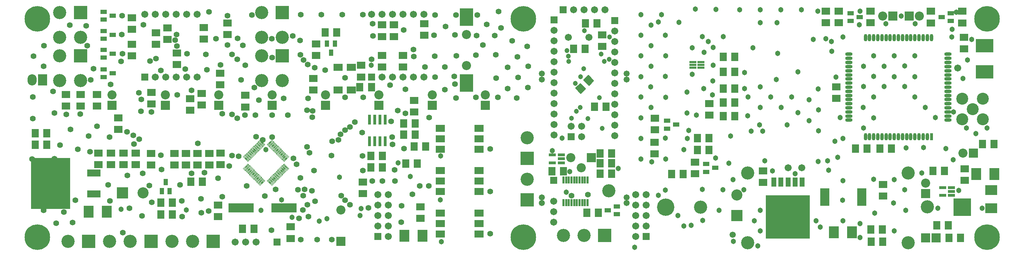
<source format=gbs>
%FSLAX43Y43*%
%MOMM*%
G71*
G01*
G75*
%ADD10C,0.300*%
%ADD11R,1.800X1.600*%
%ADD12R,1.600X1.800*%
%ADD13R,1.500X3.000*%
%ADD14C,0.125*%
%ADD15C,0.500*%
%ADD16C,1.000*%
%ADD17C,0.400*%
%ADD18C,0.600*%
%ADD19C,0.254*%
%ADD20C,2.700*%
%ADD21C,3.000*%
%ADD22C,4.000*%
%ADD23R,4.000X4.000*%
%ADD24C,1.500*%
%ADD25R,1.500X1.500*%
%ADD26C,2.000*%
%ADD27R,2.000X2.000*%
%ADD28R,2.500X2.500*%
%ADD29C,2.500*%
%ADD30C,6.000*%
%ADD31R,3.000X3.000*%
%ADD32R,2.000X2.500*%
%ADD33O,2.000X2.500*%
%ADD34C,1.100*%
%ADD35C,1.300*%
%ADD36C,1.200*%
%ADD37C,1.000*%
%ADD38C,1.270*%
%ADD39R,1.300X0.850*%
%ADD40R,1.500X0.400*%
%ADD41R,10.500X10.300*%
%ADD42R,1.050X2.100*%
%ADD43R,1.450X0.550*%
%ADD44R,2.000X4.000*%
%ADD45R,4.000X3.000*%
%ADD46R,0.600X1.600*%
%ADD47O,0.600X1.600*%
%ADD48O,1.600X0.600*%
%ADD49R,2.200X2.700*%
%ADD50R,2.700X2.200*%
%ADD51R,6.000X2.000*%
%ADD52R,2.000X1.500*%
%ADD53R,0.300X1.600*%
%ADD54C,0.075*%
%ADD55R,3.000X1.500*%
%ADD56R,9.300X12.200*%
%ADD57R,0.600X2.200*%
%ADD58R,0.850X1.300*%
%ADD59R,3.000X4.000*%
%ADD60R,2.000X1.600*%
%ADD61C,1.500*%
%ADD62R,2.003X1.803*%
%ADD63R,1.803X2.003*%
%ADD64R,1.703X3.203*%
%ADD65C,2.903*%
%ADD66C,3.203*%
%ADD67C,4.203*%
%ADD68R,4.203X4.203*%
%ADD69C,1.703*%
%ADD70R,1.703X1.703*%
%ADD71C,2.203*%
%ADD72R,2.203X2.203*%
%ADD73R,2.703X2.703*%
%ADD74C,2.703*%
%ADD75C,6.203*%
%ADD76R,3.203X3.203*%
%ADD77R,2.203X2.703*%
%ADD78O,2.203X2.703*%
%ADD79C,1.303*%
%ADD80C,1.503*%
%ADD81C,1.403*%
%ADD82C,1.203*%
%ADD83C,1.473*%
%ADD84R,1.503X1.053*%
%ADD85R,1.703X0.603*%
%ADD86R,10.703X10.503*%
%ADD87R,1.253X2.303*%
%ADD88R,1.653X0.753*%
%ADD89R,2.203X4.203*%
%ADD90R,4.203X3.203*%
%ADD91R,0.803X1.803*%
%ADD92O,0.803X1.803*%
%ADD93O,1.803X0.803*%
%ADD94R,2.403X2.903*%
%ADD95R,2.903X2.403*%
%ADD96R,6.203X2.203*%
%ADD97R,2.203X1.703*%
%ADD98R,0.503X1.803*%
%ADD99R,3.203X1.703*%
%ADD100R,9.503X12.403*%
%ADD101R,0.803X2.403*%
%ADD102R,1.053X1.503*%
%ADD103R,3.203X4.203*%
%ADD104R,2.203X1.803*%
D14*
X57586Y16029D02*
X57318Y16297D01*
X58505Y17483D01*
X58772Y17216D01*
X57586Y16029D01*
Y16177D02*
X57466Y16297D01*
X58505Y17336D01*
X58625Y17216D01*
X57586Y16177D01*
X57608Y16301D02*
X58482Y17211D01*
X57232Y16383D02*
X56965Y16650D01*
X58151Y17837D01*
X58419Y17569D01*
X57232Y16383D01*
Y16530D02*
X57112Y16650D01*
X58151Y17690D01*
X58272Y17569D01*
X57232Y16530D01*
X57255Y16655D02*
X58129Y17565D01*
X56879Y16736D02*
X56611Y17004D01*
X57798Y18190D01*
X58065Y17923D01*
X56879Y16736D01*
Y16884D02*
X56759Y17004D01*
X57798Y18043D01*
X57918Y17923D01*
X56879Y16884D01*
X56901Y17008D02*
X57775Y17918D01*
X56525Y17090D02*
X56258Y17357D01*
X57444Y18544D01*
X57712Y18277D01*
X56525Y17090D01*
Y17237D02*
X56405Y17357D01*
X57444Y18397D01*
X57565Y18277D01*
X56525Y17237D01*
X56548Y17362D02*
X57422Y18272D01*
X56172Y17443D02*
X55904Y17711D01*
X57091Y18898D01*
X57358Y18630D01*
X56172Y17443D01*
Y17591D02*
X56051Y17711D01*
X57091Y18750D01*
X57211Y18630D01*
X56172Y17591D01*
X56194Y17715D02*
X57068Y18625D01*
X55818Y17797D02*
X55551Y18064D01*
X56737Y19251D01*
X57005Y18984D01*
X55818Y17797D01*
Y17944D02*
X55698Y18064D01*
X56737Y19104D01*
X56857Y18984D01*
X55818Y17944D01*
X55841Y18069D02*
X56715Y18979D01*
X55464Y18151D02*
X55197Y18418D01*
X56384Y19605D01*
X56651Y19337D01*
X55464Y18151D01*
Y18298D02*
X55344Y18418D01*
X56384Y19457D01*
X56504Y19337D01*
X55464Y18298D01*
X55487Y18423D02*
X56361Y19333D01*
X55111Y18504D02*
X54843Y18772D01*
X56030Y19958D01*
X56298Y19691D01*
X55111Y18504D01*
Y18651D02*
X54991Y18772D01*
X56030Y19811D01*
X56150Y19691D01*
X55111Y18651D01*
X55133Y18776D02*
X56008Y19686D01*
X54757Y18858D02*
X54490Y19125D01*
X55677Y20312D01*
X55944Y20044D01*
X54757Y18858D01*
Y19005D02*
X54637Y19125D01*
X55677Y20164D01*
X55797Y20044D01*
X54757Y19005D01*
X54780Y19130D02*
X55654Y20040D01*
X54404Y19211D02*
X54136Y19479D01*
X55323Y20665D01*
X55590Y20398D01*
X54404Y19211D01*
Y19359D02*
X54284Y19479D01*
X55323Y20518D01*
X55443Y20398D01*
X54404Y19359D01*
X54426Y19483D02*
X55300Y20393D01*
X54050Y19565D02*
X53783Y19832D01*
X54969Y21019D01*
X55237Y20751D01*
X54050Y19565D01*
Y19712D02*
X53930Y19832D01*
X54969Y20872D01*
X55090Y20751D01*
X54050Y19712D01*
X54073Y19837D02*
X54947Y20747D01*
X53697Y19918D02*
X53429Y20186D01*
X54616Y21372D01*
X54883Y21105D01*
X53697Y19918D01*
Y20066D02*
X53577Y20186D01*
X54616Y21225D01*
X54736Y21105D01*
X53697Y20066D01*
X53719Y20190D02*
X54593Y21100D01*
X53429Y23014D02*
X53697Y23282D01*
X54883Y22095D01*
X54616Y21828D01*
X53429Y23014D01*
X53577D02*
X53697Y23134D01*
X54736Y22095D01*
X54616Y21975D01*
X53577Y23014D01*
X53701Y22992D02*
X54611Y22118D01*
X53783Y23368D02*
X54050Y23635D01*
X55237Y22449D01*
X54969Y22181D01*
X53783Y23368D01*
X53930D02*
X54050Y23488D01*
X55090Y22449D01*
X54969Y22328D01*
X53930Y23368D01*
X54055Y23345D02*
X54965Y22471D01*
X54136Y23721D02*
X54404Y23989D01*
X55590Y22802D01*
X55323Y22535D01*
X54136Y23721D01*
X54284D02*
X54404Y23841D01*
X55443Y22802D01*
X55323Y22682D01*
X54284Y23721D01*
X54408Y23699D02*
X55318Y22825D01*
X54490Y24075D02*
X54757Y24342D01*
X55944Y23156D01*
X55677Y22888D01*
X54490Y24075D01*
X54637D02*
X54757Y24195D01*
X55797Y23156D01*
X55677Y23036D01*
X54637Y24075D01*
X54762Y24052D02*
X55672Y23178D01*
X54843Y24428D02*
X55111Y24696D01*
X56298Y23509D01*
X56030Y23242D01*
X54843Y24428D01*
X54991D02*
X55111Y24549D01*
X56150Y23509D01*
X56030Y23389D01*
X54991Y24428D01*
X55116Y24406D02*
X56026Y23532D01*
X55551Y25136D02*
X55818Y25403D01*
X57005Y24216D01*
X56737Y23949D01*
X55551Y25136D01*
X55698D02*
X55818Y25256D01*
X56857Y24216D01*
X56737Y24096D01*
X55698Y25136D01*
X55823Y25113D02*
X56733Y24239D01*
X55904Y25489D02*
X56172Y25757D01*
X57358Y24570D01*
X57091Y24302D01*
X55904Y25489D01*
X56051D02*
X56172Y25609D01*
X57211Y24570D01*
X57091Y24450D01*
X56051Y25489D01*
X56176Y25467D02*
X57086Y24592D01*
X56258Y25843D02*
X56525Y26110D01*
X57712Y24923D01*
X57444Y24656D01*
X56258Y25843D01*
X56405D02*
X56525Y25963D01*
X57564Y24923D01*
X57444Y24803D01*
X56405Y25843D01*
X56530Y25820D02*
X57440Y24946D01*
X56611Y26196D02*
X56879Y26464D01*
X58065Y25277D01*
X57798Y25010D01*
X56611Y26196D01*
X56759D02*
X56879Y26316D01*
X57918Y25277D01*
X57798Y25157D01*
X56759Y26196D01*
X56883Y26174D02*
X57793Y25300D01*
X56965Y26550D02*
X57232Y26817D01*
X58419Y25631D01*
X58151Y25363D01*
X56965Y26550D01*
X57112D02*
X57232Y26670D01*
X58272Y25631D01*
X58151Y25510D01*
X57112Y26550D01*
X57237Y26527D02*
X58147Y25653D01*
X57318Y26903D02*
X57586Y27171D01*
X58772Y25984D01*
X58505Y25717D01*
X57318Y26903D01*
X57466D02*
X57586Y27023D01*
X58625Y25984D01*
X58505Y25864D01*
X57466Y26903D01*
X57590Y26881D02*
X58500Y26007D01*
X63384Y21828D02*
X63117Y22095D01*
X64303Y23282D01*
X64571Y23014D01*
X63384Y21828D01*
Y21975D02*
X63264Y22095D01*
X64303Y23134D01*
X64423Y23014D01*
X63384Y21975D01*
X63407Y22100D02*
X64281Y23010D01*
X63031Y22181D02*
X62763Y22449D01*
X63950Y23635D01*
X64217Y23368D01*
X63031Y22181D01*
Y22328D02*
X62910Y22449D01*
X63950Y23488D01*
X64070Y23368D01*
X63031Y22328D01*
X63053Y22453D02*
X63927Y23363D01*
X62677Y22535D02*
X62410Y22802D01*
X63596Y23989D01*
X63864Y23721D01*
X62677Y22535D01*
Y22682D02*
X62557Y22802D01*
X63596Y23841D01*
X63716Y23721D01*
X62677Y22682D01*
X62700Y22807D02*
X63574Y23717D01*
X62323Y22888D02*
X62056Y23156D01*
X63243Y24342D01*
X63510Y24075D01*
X62323Y22888D01*
Y23036D02*
X62203Y23156D01*
X63243Y24195D01*
X63363Y24075D01*
X62323Y23036D01*
X62346Y23160D02*
X63220Y24070D01*
X61970Y23242D02*
X61702Y23509D01*
X62889Y24696D01*
X63157Y24428D01*
X61970Y23242D01*
Y23389D02*
X61850Y23509D01*
X62889Y24549D01*
X63009Y24428D01*
X61970Y23389D01*
X61992Y23514D02*
X62867Y24424D01*
X61616Y23595D02*
X61349Y23863D01*
X62536Y25049D01*
X62803Y24782D01*
X61616Y23595D01*
Y23743D02*
X61496Y23863D01*
X62536Y24902D01*
X62656Y24782D01*
X61616Y23743D01*
X61639Y23867D02*
X62513Y24777D01*
X61263Y23949D02*
X60995Y24216D01*
X62182Y25403D01*
X62449Y25136D01*
X61263Y23949D01*
Y24096D02*
X61143Y24216D01*
X62182Y25256D01*
X62302Y25136D01*
X61263Y24096D01*
X61285Y24221D02*
X62159Y25131D01*
X60909Y24302D02*
X60642Y24570D01*
X61828Y25757D01*
X62096Y25489D01*
X60909Y24302D01*
Y24450D02*
X60789Y24570D01*
X61828Y25609D01*
X61949Y25489D01*
X60909Y24450D01*
X60932Y24574D02*
X61806Y25484D01*
X60556Y24656D02*
X60288Y24923D01*
X61475Y26110D01*
X61742Y25843D01*
X60556Y24656D01*
Y24803D02*
X60436Y24923D01*
X61475Y25963D01*
X61595Y25843D01*
X60556Y24803D01*
X60578Y24928D02*
X61452Y25838D01*
X60202Y25010D02*
X59935Y25277D01*
X61121Y26464D01*
X61389Y26196D01*
X60202Y25010D01*
Y25157D02*
X60082Y25277D01*
X61121Y26316D01*
X61241Y26196D01*
X60202Y25157D01*
X60225Y25282D02*
X61099Y26192D01*
X59849Y25363D02*
X59581Y25631D01*
X60768Y26817D01*
X61035Y26550D01*
X59849Y25363D01*
Y25510D02*
X59728Y25631D01*
X60768Y26670D01*
X60888Y26550D01*
X59849Y25510D01*
X59871Y25635D02*
X60745Y26545D01*
X59495Y25717D02*
X59228Y25984D01*
X60414Y27171D01*
X60682Y26903D01*
X59495Y25717D01*
Y25864D02*
X59375Y25984D01*
X60414Y27023D01*
X60534Y26903D01*
X59495Y25864D01*
X59518Y25989D02*
X60392Y26899D01*
X59228Y17216D02*
X59495Y17483D01*
X60682Y16297D01*
X60414Y16029D01*
X59228Y17216D01*
X59375D02*
X59495Y17336D01*
X60534Y16297D01*
X60414Y16177D01*
X59375Y17216D01*
X59500Y17193D02*
X60410Y16319D01*
X59581Y17569D02*
X59849Y17837D01*
X61035Y16650D01*
X60768Y16383D01*
X59581Y17569D01*
X59728D02*
X59849Y17690D01*
X60888Y16650D01*
X60768Y16530D01*
X59728Y17569D01*
X59853Y17547D02*
X60763Y16673D01*
X59935Y17923D02*
X60202Y18190D01*
X61389Y17004D01*
X61121Y16736D01*
X59935Y17923D01*
X60082D02*
X60202Y18043D01*
X61241Y17004D01*
X61121Y16884D01*
X60082Y17923D01*
X60207Y17900D02*
X61117Y17026D01*
X60288Y18277D02*
X60556Y18544D01*
X61742Y17357D01*
X61475Y17090D01*
X60288Y18277D01*
X60436D02*
X60556Y18397D01*
X61595Y17357D01*
X61475Y17237D01*
X60436Y18277D01*
X60560Y18254D02*
X61470Y17380D01*
X60642Y18630D02*
X60909Y18898D01*
X62096Y17711D01*
X61828Y17443D01*
X60642Y18630D01*
X60789D02*
X60909Y18750D01*
X61949Y17711D01*
X61828Y17591D01*
X60789Y18630D01*
X60914Y18608D02*
X61824Y17733D01*
X60995Y18984D02*
X61263Y19251D01*
X62449Y18064D01*
X62182Y17797D01*
X60995Y18984D01*
X61143D02*
X61263Y19104D01*
X62302Y18064D01*
X62182Y17944D01*
X61143Y18984D01*
X61267Y18961D02*
X62177Y18087D01*
X61349Y19337D02*
X61616Y19605D01*
X62803Y18418D01*
X62536Y18151D01*
X61349Y19337D01*
X61496D02*
X61616Y19457D01*
X62656Y18418D01*
X62536Y18298D01*
X61496Y19337D01*
X61621Y19315D02*
X62531Y18441D01*
X61702Y19691D02*
X61970Y19958D01*
X63157Y18772D01*
X62889Y18504D01*
X61702Y19691D01*
X61850D02*
X61970Y19811D01*
X63009Y18772D01*
X62889Y18651D01*
X61850Y19691D01*
X61974Y19668D02*
X62884Y18794D01*
X62056Y20044D02*
X62323Y20312D01*
X63510Y19125D01*
X63243Y18858D01*
X62056Y20044D01*
X62203D02*
X62323Y20164D01*
X63363Y19125D01*
X63243Y19005D01*
X62203Y20044D01*
X62328Y20022D02*
X63238Y19148D01*
X62410Y20398D02*
X62677Y20665D01*
X63864Y19479D01*
X63596Y19211D01*
X62410Y20398D01*
X62557D02*
X62677Y20518D01*
X63716Y19479D01*
X63596Y19359D01*
X62557Y20398D01*
X62682Y20375D02*
X63592Y19501D01*
X62763Y20751D02*
X63031Y21019D01*
X64217Y19832D01*
X63950Y19565D01*
X62763Y20751D01*
X62910D02*
X63031Y20872D01*
X64070Y19832D01*
X63950Y19712D01*
X62910Y20751D01*
X63035Y20729D02*
X63945Y19855D01*
X63117Y21105D02*
X63384Y21372D01*
X64571Y20186D01*
X64303Y19918D01*
X63117Y21105D01*
X63264D02*
X63384Y21225D01*
X64423Y20186D01*
X64303Y20066D01*
X63264Y21105D01*
X63389Y21082D02*
X64299Y20208D01*
X55197Y24782D02*
X55464Y25049D01*
X56651Y23863D01*
X56384Y23595D01*
X55197Y24782D01*
X55344D02*
X55464Y24902D01*
X56504Y23863D01*
X56384Y23743D01*
X55344Y24782D01*
X55469Y24759D02*
X56379Y23885D01*
D17*
X135253Y40677D02*
X136386Y39543D01*
X135394Y38551D01*
X134261Y39685D01*
X135253Y40677D01*
Y40206D02*
X135915Y39543D01*
X135394Y39023D01*
X134732Y39685D01*
X135253Y40206D01*
Y39734D02*
X135444Y39543D01*
X135394Y39494D01*
X135203Y39685D01*
X135253Y39734D01*
X135323Y39632D02*
Y39596D01*
X137233Y42657D02*
X138366Y41523D01*
X137374Y40531D01*
X136240Y41665D01*
X137233Y42657D01*
Y42186D02*
X137895Y41523D01*
X137374Y41003D01*
X136712Y41665D01*
X137233Y42186D01*
Y41714D02*
X137423Y41523D01*
X137374Y41474D01*
X137183Y41665D01*
X137233Y41714D01*
X137303Y41612D02*
Y41576D01*
D62*
X153393Y32388D02*
D03*
X153393Y29588D02*
D03*
X166607Y33112D02*
D03*
X166607Y35912D02*
D03*
X179607Y19612D02*
D03*
X179607Y16812D02*
D03*
X163168Y21688D02*
D03*
X163168Y18888D02*
D03*
X228593Y20088D02*
D03*
X228593Y17288D02*
D03*
X228007Y55513D02*
D03*
X228007Y58313D02*
D03*
X197993Y58388D02*
D03*
X197993Y55588D02*
D03*
X153307Y23712D02*
D03*
X153307Y26512D02*
D03*
X220407Y55513D02*
D03*
X220407Y58313D02*
D03*
X205693Y58363D02*
D03*
X205693Y55563D02*
D03*
X228407Y49212D02*
D03*
X228407Y52012D02*
D03*
X194893Y58388D02*
D03*
X194893Y55588D02*
D03*
X208806Y13512D02*
D03*
X208806Y16312D02*
D03*
X197407Y37212D02*
D03*
X197407Y40012D02*
D03*
X71207Y47637D02*
D03*
X71207Y50437D02*
D03*
X82493Y16888D02*
D03*
X140607Y52612D02*
D03*
X140607Y49812D02*
D03*
X18393Y21088D02*
D03*
Y23888D02*
D03*
X82493Y14088D02*
D03*
X32307Y50312D02*
D03*
X32307Y53112D02*
D03*
X43907Y51612D02*
D03*
X43907Y54412D02*
D03*
X37393Y48188D02*
D03*
X37393Y45388D02*
D03*
X31207Y35812D02*
D03*
X31207Y38612D02*
D03*
X10507Y38112D02*
D03*
X10507Y35312D02*
D03*
X14007Y38112D02*
D03*
X14007Y35312D02*
D03*
X49707Y55512D02*
D03*
X49707Y52712D02*
D03*
X54007Y37912D02*
D03*
X54007Y35112D02*
D03*
X47907Y43312D02*
D03*
X35107Y51512D02*
D03*
X35107Y54312D02*
D03*
X43407Y35612D02*
D03*
X43407Y38412D02*
D03*
X40607Y34312D02*
D03*
X40607Y37112D02*
D03*
X87207Y52212D02*
D03*
X87207Y55012D02*
D03*
X97407Y52512D02*
D03*
X97407Y55312D02*
D03*
X92293Y47588D02*
D03*
Y44788D02*
D03*
X87193Y47588D02*
D03*
Y44788D02*
D03*
X82093Y42388D02*
D03*
X82093Y45188D02*
D03*
X90107Y52212D02*
D03*
X90107Y55012D02*
D03*
X95007Y33912D02*
D03*
X95007Y36712D02*
D03*
X70507Y39212D02*
D03*
X70507Y42012D02*
D03*
X64993Y5988D02*
D03*
Y3188D02*
D03*
X47393Y11288D02*
D03*
Y8488D02*
D03*
X26507Y53912D02*
D03*
X26507Y56712D02*
D03*
X18007Y35312D02*
D03*
X18007Y38112D02*
D03*
X23207Y29612D02*
D03*
X23207Y32412D02*
D03*
X26507Y47512D02*
D03*
X26507Y50312D02*
D03*
X96493Y10887D02*
D03*
Y8087D02*
D03*
X31107Y21012D02*
D03*
X31107Y23812D02*
D03*
X27393Y23888D02*
D03*
X27393Y21088D02*
D03*
X24493Y23888D02*
D03*
X24493Y21088D02*
D03*
X21407Y21112D02*
D03*
X21407Y23912D02*
D03*
X42443Y23813D02*
D03*
Y21013D02*
D03*
X45243Y23813D02*
D03*
Y21013D02*
D03*
X39607Y21012D02*
D03*
X39607Y23812D02*
D03*
X47991Y21095D02*
D03*
X47991Y23895D02*
D03*
X47907Y40512D02*
D03*
X36806Y21012D02*
D03*
X36806Y23812D02*
D03*
D63*
X172788Y32907D02*
D03*
X169988Y32907D02*
D03*
X170012Y43593D02*
D03*
X172812Y43593D02*
D03*
X170012Y47293D02*
D03*
X172812Y47293D02*
D03*
X170012Y39593D02*
D03*
X172812Y39593D02*
D03*
X172788Y36207D02*
D03*
X169988Y36207D02*
D03*
X163712Y27493D02*
D03*
X166512Y27493D02*
D03*
X163712Y24693D02*
D03*
X166512Y24693D02*
D03*
X224587Y6407D02*
D03*
X221787D02*
D03*
X208688Y2407D02*
D03*
X205888D02*
D03*
X208612Y5393D02*
D03*
X205812Y5393D02*
D03*
X220912Y19593D02*
D03*
X223712Y19593D02*
D03*
X208012Y24993D02*
D03*
X210812Y24993D02*
D03*
X157487Y18793D02*
D03*
X160287Y18793D02*
D03*
X227595Y3309D02*
D03*
X224795D02*
D03*
X235688Y26107D02*
D03*
X232888D02*
D03*
X204888Y25007D02*
D03*
X202088D02*
D03*
X76188Y53207D02*
D03*
X73388Y53207D02*
D03*
X5812Y28693D02*
D03*
X3012Y28693D02*
D03*
X133688Y49207D02*
D03*
X136488Y49207D02*
D03*
X138712Y35193D02*
D03*
X141512Y35193D02*
D03*
X136512Y55393D02*
D03*
X139312Y55393D02*
D03*
X142912Y23793D02*
D03*
X140112Y23793D02*
D03*
X140088Y21407D02*
D03*
X142888Y21407D02*
D03*
X3005Y25891D02*
D03*
X5805Y25891D02*
D03*
X81812Y39893D02*
D03*
X84612Y39893D02*
D03*
X92412Y31093D02*
D03*
X95212Y31093D02*
D03*
X87313Y20382D02*
D03*
X84513D02*
D03*
X87313Y23182D02*
D03*
X84513Y23182D02*
D03*
X53312Y5493D02*
D03*
X56112Y5493D02*
D03*
X92912Y21393D02*
D03*
X95712Y21393D02*
D03*
X95012Y25493D02*
D03*
X97812Y25493D02*
D03*
X33512Y8993D02*
D03*
X36312Y8993D02*
D03*
X33512Y11893D02*
D03*
X36312Y11893D02*
D03*
X40812Y16993D02*
D03*
X43612Y16993D02*
D03*
X92412Y28393D02*
D03*
X95212Y28393D02*
D03*
X139688Y9407D02*
D03*
X136888Y9407D02*
D03*
X140112Y18893D02*
D03*
X142912Y18893D02*
D03*
X131212Y19493D02*
D03*
X128412Y19493D02*
D03*
D65*
X233000Y37100D02*
D03*
X230500Y34600D02*
D03*
X228000Y37100D02*
D03*
Y32100D02*
D03*
X233000Y32100D02*
D03*
D66*
X164500Y10800D02*
D03*
X219500Y10825D02*
D03*
X214900Y2100D02*
D03*
Y19100D02*
D03*
X175900D02*
D03*
Y2100D02*
D03*
X142250Y14725D02*
D03*
X21101Y2499D02*
D03*
X136225Y3899D02*
D03*
X131225D02*
D03*
X41201Y2499D02*
D03*
X36201D02*
D03*
X26101D02*
D03*
X122408Y27606D02*
D03*
Y17512D02*
D03*
X11006Y2508D02*
D03*
X8999Y52009D02*
D03*
X13999Y52009D02*
D03*
X8999Y58009D02*
D03*
X57999D02*
D03*
X62999Y52009D02*
D03*
X57999D02*
D03*
Y41509D02*
D03*
X62999D02*
D03*
X57999Y47509D02*
D03*
X8999D02*
D03*
X13999Y41509D02*
D03*
X8999D02*
D03*
D67*
X156000Y10800D02*
D03*
D68*
X228000D02*
D03*
D69*
X148760Y3700D02*
D03*
X151300Y6240D02*
D03*
X148760D02*
D03*
X151300Y8780D02*
D03*
X148760Y8780D02*
D03*
X151300Y11320D02*
D03*
X148760D02*
D03*
X151300Y13860D02*
D03*
X148760D02*
D03*
X133100Y30440D02*
D03*
X135640Y27900D02*
D03*
Y30440D02*
D03*
X143700Y53560D02*
D03*
Y51020D02*
D03*
Y48480D02*
D03*
Y45940D02*
D03*
Y43400D02*
D03*
Y40860D02*
D03*
Y38320D02*
D03*
Y35780D02*
D03*
Y33240D02*
D03*
Y30700D02*
D03*
Y28160D02*
D03*
X133640Y58700D02*
D03*
X136180D02*
D03*
X138720D02*
D03*
X141260D02*
D03*
X128900Y53660D02*
D03*
Y51120D02*
D03*
Y48580D02*
D03*
Y46040D02*
D03*
Y43500D02*
D03*
Y40960D02*
D03*
Y38420D02*
D03*
Y35880D02*
D03*
Y33340D02*
D03*
Y30800D02*
D03*
Y28260D02*
D03*
X88740Y13860D02*
D03*
X86200D02*
D03*
X88740Y11320D02*
D03*
X86200D02*
D03*
X88740Y8780D02*
D03*
X86200Y8780D02*
D03*
X88740Y6240D02*
D03*
X86200D02*
D03*
X88740Y3700D02*
D03*
X97350Y57620D02*
D03*
X94810D02*
D03*
X92270D02*
D03*
X89730D02*
D03*
X87190D02*
D03*
X84650D02*
D03*
X97350Y42380D02*
D03*
X94810D02*
D03*
X92270D02*
D03*
X89730D02*
D03*
X87190D02*
D03*
X42350Y57620D02*
D03*
X39810D02*
D03*
X37270D02*
D03*
X34730D02*
D03*
X32190D02*
D03*
X29650D02*
D03*
X42350Y42380D02*
D03*
X39810D02*
D03*
X37270D02*
D03*
X34730D02*
D03*
X32190D02*
D03*
X51548Y2291D02*
D03*
X54088D02*
D03*
X56628D02*
D03*
X128809Y7148D02*
D03*
Y9688D02*
D03*
Y12228D02*
D03*
X137408Y52000D02*
D03*
X132408Y52000D02*
D03*
X185750Y20325D02*
D03*
X189075Y20350D02*
D03*
X226925Y44525D02*
D03*
D70*
X151300Y3700D02*
D03*
X133100Y27900D02*
D03*
X143700Y56100D02*
D03*
X131100Y58700D02*
D03*
X128900Y56200D02*
D03*
X86200Y3700D02*
D03*
X29650Y42380D02*
D03*
X84650D02*
D03*
X61708Y2291D02*
D03*
X128809Y17308D02*
D03*
D71*
X228188Y23908D02*
D03*
X217611Y57192D02*
D03*
X208677Y57200D02*
D03*
X219092Y16611D02*
D03*
X77200Y10110D02*
D03*
X21683Y38011D02*
D03*
X34626D02*
D03*
X47569D02*
D03*
X60512D02*
D03*
X73455D02*
D03*
X86398D02*
D03*
X99340D02*
D03*
X112283D02*
D03*
X107700Y52650D02*
D03*
Y45150D02*
D03*
X135500Y20300D02*
D03*
X133000Y22800D02*
D03*
D72*
X230688Y23908D02*
D03*
X215111Y57192D02*
D03*
X211177Y57200D02*
D03*
X221605Y3312D02*
D03*
X219105D02*
D03*
X219092Y14111D02*
D03*
X77200Y2475D02*
D03*
X21683Y35511D02*
D03*
X34626Y35511D02*
D03*
X47569Y35511D02*
D03*
X60512D02*
D03*
X73455Y35511D02*
D03*
X86398Y35511D02*
D03*
X99340Y35511D02*
D03*
X112283Y35511D02*
D03*
X138000Y22800D02*
D03*
D73*
X173293Y8699D02*
D03*
X24199Y14207D02*
D03*
D74*
X173293Y13699D02*
D03*
X29199Y14207D02*
D03*
D75*
X234000Y3500D02*
D03*
Y56500D02*
D03*
X3500Y3500D02*
D03*
X121500D02*
D03*
Y56500D02*
D03*
X3500D02*
D03*
D76*
X13999Y58009D02*
D03*
X141225Y3899D02*
D03*
X46201Y2499D02*
D03*
X31101D02*
D03*
X122408Y22606D02*
D03*
Y12512D02*
D03*
X16006Y2508D02*
D03*
X62999Y58009D02*
D03*
X62999Y47509D02*
D03*
X13999Y47509D02*
D03*
D77*
X4789Y41692D02*
D03*
D78*
X2289D02*
D03*
D79*
X226515Y58140D02*
D03*
X230300Y51525D02*
D03*
X228200Y41975D02*
D03*
X229300Y46525D02*
D03*
X161200Y38725D02*
D03*
X161150Y33600D02*
D03*
X161600Y29375D02*
D03*
X168100Y22675D02*
D03*
X172350Y17500D02*
D03*
X169950Y15000D02*
D03*
X164950Y15100D02*
D03*
D03*
X165000Y7525D02*
D03*
X172475Y2500D02*
D03*
X177500Y7450D02*
D03*
X182450Y12500D02*
D03*
X187500Y12475D02*
D03*
X192500Y7450D02*
D03*
X182500Y7475D02*
D03*
X185000Y10025D02*
D03*
X190000Y9975D02*
D03*
X187450Y7500D02*
D03*
X185000Y4950D02*
D03*
X190000Y4975D02*
D03*
X167350Y38000D02*
D03*
X175900Y32925D02*
D03*
X176025Y37500D02*
D03*
X170000Y52175D02*
D03*
X164900D02*
D03*
X162475Y49500D02*
D03*
X155975Y52500D02*
D03*
X156025Y47500D02*
D03*
X155925Y42500D02*
D03*
X156000Y37475D02*
D03*
X155925Y27500D02*
D03*
X156000Y22450D02*
D03*
X155900Y14925D02*
D03*
X150000Y22475D02*
D03*
X150000Y27450D02*
D03*
Y32450D02*
D03*
X152500Y34950D02*
D03*
X150000Y37500D02*
D03*
X152425Y40000D02*
D03*
X150000Y42475D02*
D03*
X152450Y45000D02*
D03*
X149975Y47500D02*
D03*
X152450Y50000D02*
D03*
X149975Y52500D02*
D03*
X152450Y55000D02*
D03*
X150000Y57475D02*
D03*
X155000Y57500D02*
D03*
X163200Y58825D02*
D03*
X168250Y58800D02*
D03*
X204000Y30000D02*
D03*
X197300Y42325D02*
D03*
X190800Y31775D02*
D03*
X193150Y29300D02*
D03*
X193100Y34375D02*
D03*
X184025Y35000D02*
D03*
X186550Y37500D02*
D03*
X167500Y49550D02*
D03*
X167450Y41400D02*
D03*
X167500Y45250D02*
D03*
X214400Y25150D02*
D03*
X218600Y25250D02*
D03*
X152650Y21750D02*
D03*
X171775Y28025D02*
D03*
X171375Y21450D02*
D03*
X225900Y33900D02*
D03*
X162475Y43000D02*
D03*
X163475Y33150D02*
D03*
X165350Y48350D02*
D03*
X165225Y39550D02*
D03*
X154250Y55700D02*
D03*
Y13650D02*
D03*
X195275Y22025D02*
D03*
X197725Y22875D02*
D03*
X159225Y55625D02*
D03*
X159025Y8700D02*
D03*
X206525Y47500D02*
D03*
X214000Y40025D02*
D03*
X209000D02*
D03*
X206500Y32475D02*
D03*
X206450Y37500D02*
D03*
X206500Y42550D02*
D03*
X211500Y42475D02*
D03*
X216500Y42475D02*
D03*
X216500Y37525D02*
D03*
X216500Y47475D02*
D03*
X214000Y45025D02*
D03*
X211500Y47525D02*
D03*
X209025Y45000D02*
D03*
X204000D02*
D03*
X204000Y40025D02*
D03*
X203975Y35000D02*
D03*
X219000Y35000D02*
D03*
X221500Y32525D02*
D03*
X198350Y32500D02*
D03*
X199000Y27475D02*
D03*
X216550Y55300D02*
D03*
X209450Y55300D02*
D03*
X225450Y52100D02*
D03*
X224000Y25025D02*
D03*
X234000Y30000D02*
D03*
X229000Y29975D02*
D03*
X231300Y28650D02*
D03*
X227175Y14800D02*
D03*
X222100Y10550D02*
D03*
X214300Y9975D02*
D03*
X218150Y19100D02*
D03*
X195600Y19750D02*
D03*
X211500Y5000D02*
D03*
X214000Y15000D02*
D03*
X211350Y11800D02*
D03*
X211500Y17500D02*
D03*
X206775Y9300D02*
D03*
X206500Y17525D02*
D03*
X203175Y6800D02*
D03*
X203200Y3375D02*
D03*
X199000Y7475D02*
D03*
X198975Y12500D02*
D03*
X199000Y17225D02*
D03*
X193050Y21900D02*
D03*
X190800Y36850D02*
D03*
X180050Y22000D02*
D03*
X181900Y19575D02*
D03*
X179575Y29200D02*
D03*
X176750D02*
D03*
X179000Y40000D02*
D03*
X181500Y37500D02*
D03*
X179000Y35000D02*
D03*
X193050Y39500D02*
D03*
X191800Y51525D02*
D03*
X199000Y52050D02*
D03*
X196325Y48600D02*
D03*
X189000Y58675D02*
D03*
X184000Y58700D02*
D03*
X179000Y58650D02*
D03*
X174000Y58675D02*
D03*
X183000Y55525D02*
D03*
X178975Y55600D02*
D03*
X169000Y10000D02*
D03*
X175025Y15000D02*
D03*
X178950Y10000D02*
D03*
X179000Y5000D02*
D03*
X213160Y57182D02*
D03*
X187450Y18925D02*
D03*
X225525Y53975D02*
D03*
X232850Y10500D02*
D03*
X225825Y22250D02*
D03*
X192937Y58388D02*
D03*
X197100Y26800D02*
D03*
X202975Y55075D02*
D03*
X196275Y51025D02*
D03*
X203187Y58388D02*
D03*
X194900Y51650D02*
D03*
X160450Y24725D02*
D03*
Y6200D02*
D03*
X162175Y6350D02*
D03*
X161250Y27475D02*
D03*
X182825Y41800D02*
D03*
X177150Y49500D02*
D03*
X178800Y30775D02*
D03*
X185500Y30750D02*
D03*
X175200Y43425D02*
D03*
Y39550D02*
D03*
X188100Y43600D02*
D03*
X188075Y33675D02*
D03*
X166325Y51000D02*
D03*
X183200Y48100D02*
D03*
X193500Y5950D02*
D03*
X148500Y1050D02*
D03*
X178375Y1400D02*
D03*
X65375Y8300D02*
D03*
X57775Y10000D02*
D03*
X62825Y12525D02*
D03*
X59025Y24725D02*
D03*
X82100Y10450D02*
D03*
X81825Y8725D02*
D03*
X73850Y8000D02*
D03*
X71925Y7400D02*
D03*
X84600Y45225D02*
D03*
X91100Y21525D02*
D03*
X76900Y18025D02*
D03*
X101400Y23225D02*
D03*
X23900Y10275D02*
D03*
X39675Y10100D02*
D03*
X128475Y24475D02*
D03*
X132700Y19400D02*
D03*
X131857Y14434D02*
D03*
X130850Y27525D02*
D03*
X144475Y20200D02*
D03*
X101300Y12525D02*
D03*
X101550Y2400D02*
D03*
X94025Y18200D02*
D03*
D80*
X172300Y4075D02*
D03*
D81*
X54361Y15900D02*
D03*
X67500Y2900D02*
D03*
X71450Y2900D02*
D03*
X75025D02*
D03*
X87250Y17150D02*
D03*
X78175Y37400D02*
D03*
Y42200D02*
D03*
X116100Y54300D02*
D03*
X21350Y40600D02*
D03*
X82525Y57500D02*
D03*
X57300Y36750D02*
D03*
X63325Y37200D02*
D03*
X133149Y13525D02*
D03*
X137149Y13825D02*
D03*
X110275Y57400D02*
D03*
X105100Y57450D02*
D03*
X100075Y57400D02*
D03*
X102600Y54625D02*
D03*
X104925Y52600D02*
D03*
X110150Y52400D02*
D03*
X104750Y42500D02*
D03*
X100100Y42350D02*
D03*
X102400Y44800D02*
D03*
X97575D02*
D03*
X100000Y47450D02*
D03*
X105250Y47500D02*
D03*
X109975Y47700D02*
D03*
X82650Y37400D02*
D03*
X92900Y39400D02*
D03*
X102400Y39325D02*
D03*
X110000Y37425D02*
D03*
X105125Y37300D02*
D03*
X122625Y45000D02*
D03*
X122600Y39825D02*
D03*
X119900Y37250D02*
D03*
X120175Y42300D02*
D03*
X120025Y47300D02*
D03*
X117650Y44700D02*
D03*
X117700Y39575D02*
D03*
X115300Y37425D02*
D03*
X114875Y42100D02*
D03*
X114750Y47800D02*
D03*
X114550Y52400D02*
D03*
X112550Y55100D02*
D03*
X115500Y58275D02*
D03*
X118800Y51150D02*
D03*
X122400Y49825D02*
D03*
X33550Y44000D02*
D03*
X25900Y10550D02*
D03*
X25350Y18500D02*
D03*
X20700Y16150D02*
D03*
X21150Y12300D02*
D03*
X12100Y7025D02*
D03*
X8125Y6900D02*
D03*
X2300Y22450D02*
D03*
X7675Y22500D02*
D03*
X12775Y12500D02*
D03*
X9950Y9600D02*
D03*
X5100Y10000D02*
D03*
X2700Y12375D02*
D03*
X2750Y17400D02*
D03*
X7550Y12500D02*
D03*
X10000Y15025D02*
D03*
X5150Y15000D02*
D03*
X7500Y17475D02*
D03*
X9950Y19900D02*
D03*
X5000Y19925D02*
D03*
X15425Y54800D02*
D03*
X15625Y50000D02*
D03*
X16475Y41700D02*
D03*
X11450Y55000D02*
D03*
X60500Y47075D02*
D03*
X60400Y51675D02*
D03*
X84900Y55325D02*
D03*
X77500Y57500D02*
D03*
X72500Y57500D02*
D03*
X67500D02*
D03*
X52100Y51725D02*
D03*
X45200Y58150D02*
D03*
X29300Y55050D02*
D03*
X23900Y46125D02*
D03*
X28800Y36925D02*
D03*
X28700Y34025D02*
D03*
X21075Y27800D02*
D03*
X16000Y28050D02*
D03*
X11600Y29625D02*
D03*
X7725Y33600D02*
D03*
X7350Y38900D02*
D03*
X2400Y32275D02*
D03*
Y37550D02*
D03*
X5025Y45000D02*
D03*
X2600Y47450D02*
D03*
X5150Y50000D02*
D03*
X38700Y8475D02*
D03*
X38575Y12300D02*
D03*
X31300Y11925D02*
D03*
X28900Y8650D02*
D03*
X29100Y18950D02*
D03*
X33500Y23425D02*
D03*
X33700Y19950D02*
D03*
X38175Y16200D02*
D03*
X44100Y19125D02*
D03*
X40950Y19000D02*
D03*
X52375Y23100D02*
D03*
X47400Y17800D02*
D03*
X50100Y20750D02*
D03*
X69350Y8500D02*
D03*
X67025Y8100D02*
D03*
X65700Y22650D02*
D03*
X67400Y17925D02*
D03*
X70675Y19700D02*
D03*
X82500D02*
D03*
X90225Y19800D02*
D03*
X83925Y10600D02*
D03*
X91875Y7100D02*
D03*
X91900Y11125D02*
D03*
X94550Y13900D02*
D03*
X98500Y15975D02*
D03*
X98625Y32500D02*
D03*
X92525Y24975D02*
D03*
X89350Y31600D02*
D03*
X82325Y28875D02*
D03*
X64300Y33125D02*
D03*
X60550Y33100D02*
D03*
X56425D02*
D03*
X68950Y34300D02*
D03*
X69225Y37200D02*
D03*
X70350Y34150D02*
D03*
X42475Y26225D02*
D03*
X27000Y26075D02*
D03*
X30700Y16050D02*
D03*
X61375Y15075D02*
D03*
X43275Y12800D02*
D03*
X50825Y23300D02*
D03*
X9025Y25875D02*
D03*
X16325Y24200D02*
D03*
X90350Y17100D02*
D03*
X68360Y15115D02*
D03*
X84850Y17100D02*
D03*
X96325Y15900D02*
D03*
X24074Y57276D02*
D03*
X24050Y52650D02*
D03*
X37350Y52700D02*
D03*
X92425Y53775D02*
D03*
X24175Y48000D02*
D03*
X39900D02*
D03*
X94775Y49075D02*
D03*
X37450Y38075D02*
D03*
X37425Y49875D02*
D03*
X49650Y50175D02*
D03*
X41000Y39175D02*
D03*
X44425Y47825D02*
D03*
X50800Y47850D02*
D03*
X32307Y46807D02*
D03*
X52025Y46650D02*
D03*
X28200Y38575D02*
D03*
X31225Y33900D02*
D03*
X48375Y33500D02*
D03*
X13925Y33375D02*
D03*
X50775Y33275D02*
D03*
X10550Y33325D02*
D03*
X52025Y32375D02*
D03*
X49707Y57232D02*
D03*
X53925Y33100D02*
D03*
X53975Y45250D02*
D03*
X47950Y45300D02*
D03*
X30850Y46250D02*
D03*
X73425Y44075D02*
D03*
X55600Y57450D02*
D03*
X56225Y39825D02*
D03*
X36950Y51325D02*
D03*
X46850Y51650D02*
D03*
X44650Y44150D02*
D03*
X52975Y41675D02*
D03*
X53400Y50075D02*
D03*
X111650Y50175D02*
D03*
X39425Y44275D02*
D03*
X65525Y52300D02*
D03*
X84975Y52325D02*
D03*
X99825Y52525D02*
D03*
X67325Y51200D02*
D03*
X67350Y47750D02*
D03*
X94900Y47325D02*
D03*
X84625Y46650D02*
D03*
X68175Y46475D02*
D03*
X69175Y45375D02*
D03*
X91025Y34200D02*
D03*
X70275Y32600D02*
D03*
X92850Y33525D02*
D03*
X70850Y44675D02*
D03*
X18025Y30450D02*
D03*
X80600Y31425D02*
D03*
X67950Y10100D02*
D03*
X25325Y29100D02*
D03*
X79425Y30275D02*
D03*
X79400Y11350D02*
D03*
X69100D02*
D03*
X26850Y28225D02*
D03*
X78175Y29475D02*
D03*
X78250Y12425D02*
D03*
X70900Y12225D02*
D03*
X28250Y27250D02*
D03*
X77100Y28475D02*
D03*
X77325Y13550D02*
D03*
X68075Y13600D02*
D03*
X66775Y15025D02*
D03*
X58750Y13450D02*
D03*
X60325Y5175D02*
D03*
X70200Y14775D02*
D03*
X66425Y21200D02*
D03*
X69025Y25450D02*
D03*
X69550Y24000D02*
D03*
X60525Y27750D02*
D03*
X56625Y27900D02*
D03*
X75125Y26800D02*
D03*
X58275Y27150D02*
D03*
X74875Y23275D02*
D03*
X45075Y9825D02*
D03*
X48375Y13350D02*
D03*
X43325Y9450D02*
D03*
X17200Y44425D02*
D03*
X13400Y24850D02*
D03*
X24250Y4575D02*
D03*
X76600Y27100D02*
D03*
X82450Y23200D02*
D03*
X89725Y26000D02*
D03*
X89675Y27825D02*
D03*
X89100Y40425D02*
D03*
X104925Y40650D02*
D03*
X113400Y24900D02*
D03*
Y14575D02*
D03*
Y4325D02*
D03*
D82*
X132400Y47450D02*
D03*
X132025Y48825D02*
D03*
X140600Y29925D02*
D03*
X133175Y32400D02*
D03*
X134375Y34050D02*
D03*
X135250Y35000D02*
D03*
X139925Y37325D02*
D03*
X142325Y46675D02*
D03*
X136125Y44400D02*
D03*
X132482Y46175D02*
D03*
X137150Y32300D02*
D03*
X141150Y46125D02*
D03*
X140375Y47950D02*
D03*
X135404Y42400D02*
D03*
X133775Y49125D02*
D03*
X136300Y53650D02*
D03*
X142375Y52100D02*
D03*
X134125Y40800D02*
D03*
D83*
X126000Y43200D02*
D03*
Y41750D02*
D03*
Y13175D02*
D03*
Y11800D02*
D03*
X146500Y43200D02*
D03*
Y41750D02*
D03*
Y13175D02*
D03*
Y11800D02*
D03*
D84*
X158598Y30802D02*
D03*
X156398Y29852D02*
D03*
Y31752D02*
D03*
X168073Y20302D02*
D03*
X165873Y19352D02*
D03*
Y21252D02*
D03*
X223002Y56898D02*
D03*
X225202Y57848D02*
D03*
Y55948D02*
D03*
X203098Y56902D02*
D03*
X200898Y55952D02*
D03*
Y57852D02*
D03*
X19598Y44252D02*
D03*
Y42352D02*
D03*
X21798Y43302D02*
D03*
X19598Y48952D02*
D03*
Y47052D02*
D03*
X21798Y48002D02*
D03*
X19648Y58226D02*
D03*
Y56326D02*
D03*
X21848Y57276D02*
D03*
X19606Y53552D02*
D03*
Y51652D02*
D03*
X21806Y52602D02*
D03*
X142002Y9998D02*
D03*
X144202Y10948D02*
D03*
X144202Y9048D02*
D03*
D85*
X162600Y45300D02*
D03*
Y45950D02*
D03*
X164600D02*
D03*
Y45300D02*
D03*
Y44650D02*
D03*
X162600D02*
D03*
D86*
X185690Y8375D02*
D03*
D87*
X182300Y16825D02*
D03*
X185700Y16825D02*
D03*
X189100Y16825D02*
D03*
X187400D02*
D03*
X184000D02*
D03*
D88*
X223225Y15550D02*
D03*
Y13650D02*
D03*
X225375D02*
D03*
Y14600D02*
D03*
Y15550D02*
D03*
X130675Y23450D02*
D03*
Y22500D02*
D03*
Y21550D02*
D03*
X128525D02*
D03*
Y23450D02*
D03*
D89*
X194600Y13200D02*
D03*
X203600D02*
D03*
D90*
X233406Y49939D02*
D03*
Y43589D02*
D03*
D91*
X220500Y27900D02*
D03*
D92*
X219500D02*
D03*
X218500D02*
D03*
X217500D02*
D03*
X216500D02*
D03*
X215500D02*
D03*
X214500D02*
D03*
X213500D02*
D03*
X212500D02*
D03*
X211500D02*
D03*
X210500D02*
D03*
X209500D02*
D03*
X208500D02*
D03*
X207500D02*
D03*
X206500D02*
D03*
X205500D02*
D03*
X204500D02*
D03*
Y51900D02*
D03*
X205500D02*
D03*
X206500D02*
D03*
X207500D02*
D03*
X208500D02*
D03*
X209500D02*
D03*
X210500D02*
D03*
X211500D02*
D03*
X212500D02*
D03*
X213500D02*
D03*
X214500D02*
D03*
X215500D02*
D03*
X216500D02*
D03*
X217500D02*
D03*
X218500D02*
D03*
X219500D02*
D03*
X220500D02*
D03*
D93*
X200500Y31900D02*
D03*
Y32900D02*
D03*
Y33900D02*
D03*
Y34900D02*
D03*
Y35900D02*
D03*
Y36900D02*
D03*
Y37900D02*
D03*
Y38900D02*
D03*
Y39900D02*
D03*
Y40900D02*
D03*
Y41900D02*
D03*
Y42900D02*
D03*
Y43900D02*
D03*
Y44900D02*
D03*
Y45900D02*
D03*
Y46900D02*
D03*
Y47900D02*
D03*
X224500D02*
D03*
Y46900D02*
D03*
Y45900D02*
D03*
Y44900D02*
D03*
Y43900D02*
D03*
Y42900D02*
D03*
Y41900D02*
D03*
Y40900D02*
D03*
Y39900D02*
D03*
Y38900D02*
D03*
Y37900D02*
D03*
Y36900D02*
D03*
Y35900D02*
D03*
Y34900D02*
D03*
Y33875D02*
D03*
Y32900D02*
D03*
Y31900D02*
D03*
D94*
X235800Y18800D02*
D03*
X231400D02*
D03*
X196800Y4700D02*
D03*
X201200D02*
D03*
X92600Y3800D02*
D03*
X97000D02*
D03*
X16000Y9700D02*
D03*
X20400D02*
D03*
D95*
X235000Y10500D02*
D03*
Y14900D02*
D03*
D96*
X53000Y10600D02*
D03*
X63400D02*
D03*
D97*
X79700Y39250D02*
D03*
X76500D02*
D03*
Y44750D02*
D03*
X79700D02*
D03*
D98*
X132507Y11857D02*
D03*
X131857Y17357D02*
D03*
X132507D02*
D03*
X133157D02*
D03*
X133807D02*
D03*
X134457D02*
D03*
X135107D02*
D03*
X135757Y17357D02*
D03*
X136407Y17357D02*
D03*
X131207Y11857D02*
D03*
X133807D02*
D03*
X134457D02*
D03*
X135107D02*
D03*
X135757D02*
D03*
X136407D02*
D03*
X137057Y11857D02*
D03*
X133157Y11857D02*
D03*
X131857Y11857D02*
D03*
X137057Y17357D02*
D03*
X131207D02*
D03*
D99*
X17253Y19058D02*
D03*
X17253Y13978D02*
D03*
D100*
X6753Y16518D02*
D03*
D101*
X84120Y32000D02*
D03*
X85390Y32000D02*
D03*
X86660D02*
D03*
X87930Y32000D02*
D03*
X84120Y26750D02*
D03*
X85390Y26750D02*
D03*
X86660Y26750D02*
D03*
X87930D02*
D03*
D102*
X34698Y16898D02*
D03*
X35648Y14698D02*
D03*
X33748Y14698D02*
D03*
X75752Y50502D02*
D03*
X73852D02*
D03*
X74802Y48302D02*
D03*
D103*
X107700Y40900D02*
D03*
Y56900D02*
D03*
D104*
X110725Y24860D02*
D03*
Y27400D02*
D03*
Y29940D02*
D03*
X101325D02*
D03*
Y27400D02*
D03*
Y24860D02*
D03*
Y14560D02*
D03*
Y17100D02*
D03*
Y19640D02*
D03*
X110725D02*
D03*
Y17100D02*
D03*
Y14560D02*
D03*
Y4260D02*
D03*
Y6800D02*
D03*
Y9340D02*
D03*
X101325D02*
D03*
Y6800D02*
D03*
Y4260D02*
D03*
M02*

</source>
